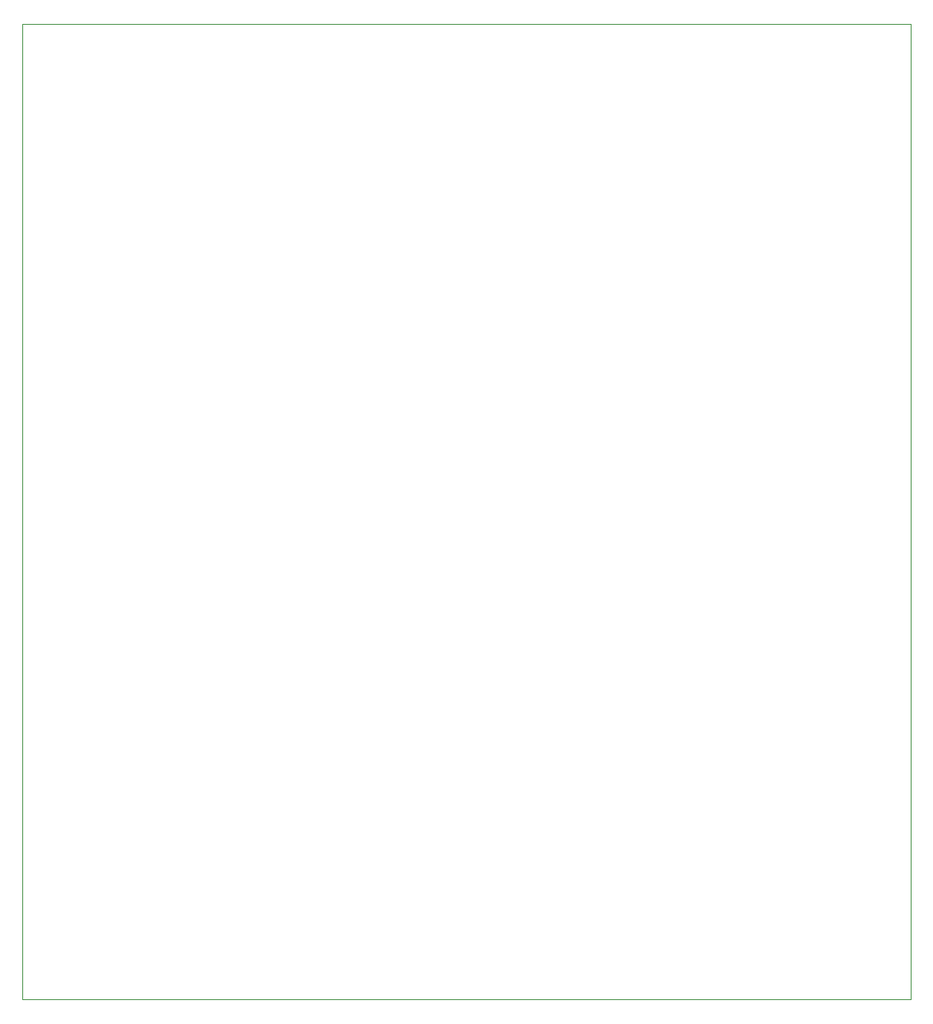
<source format=gbr>
%TF.GenerationSoftware,KiCad,Pcbnew,(6.0.7)*%
%TF.CreationDate,2022-08-24T09:57:57-04:00*%
%TF.ProjectId,Multi_Expansion,4d756c74-695f-4457-9870-616e73696f6e,v3*%
%TF.SameCoordinates,Original*%
%TF.FileFunction,Profile,NP*%
%FSLAX46Y46*%
G04 Gerber Fmt 4.6, Leading zero omitted, Abs format (unit mm)*
G04 Created by KiCad (PCBNEW (6.0.7)) date 2022-08-24 09:57:57*
%MOMM*%
%LPD*%
G01*
G04 APERTURE LIST*
%TA.AperFunction,Profile*%
%ADD10C,0.050000*%
%TD*%
G04 APERTURE END LIST*
D10*
X-42416200Y-24066300D02*
X-42416200Y75903500D01*
X-133466200Y75903500D02*
X-133466200Y-24066300D01*
X-42416200Y75903500D02*
X-133466200Y75903500D01*
X-42416200Y-24066300D02*
X-133466200Y-24066300D01*
M02*

</source>
